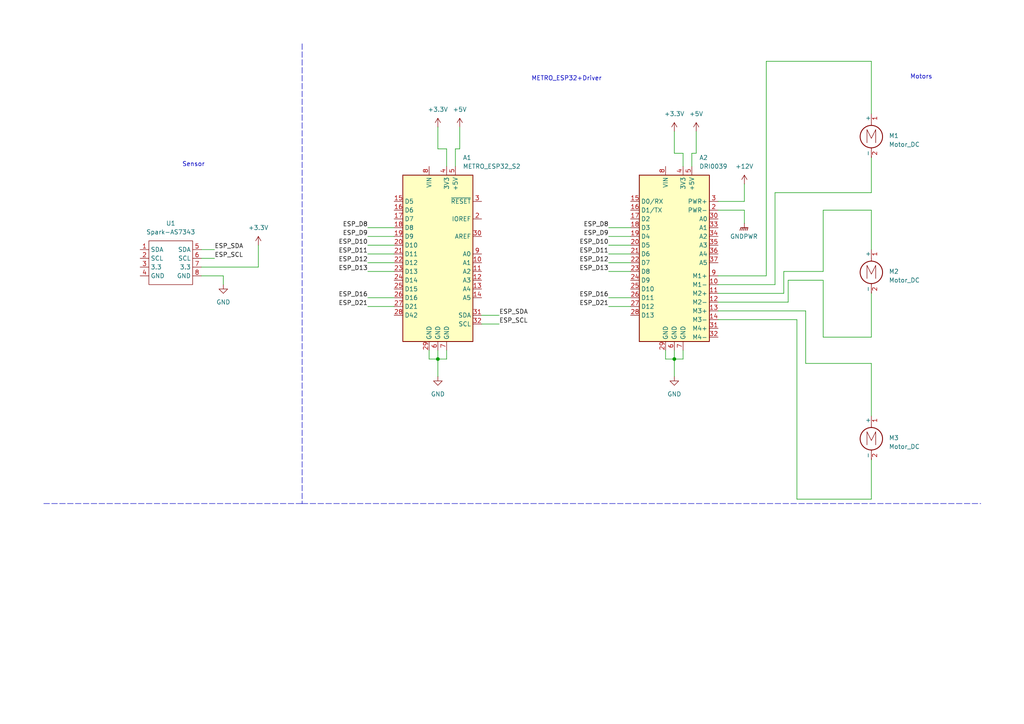
<source format=kicad_sch>
(kicad_sch (version 20250114) (generator "eeschema") (generator_version "9.0")
  (paper "A4")
  (lib_symbols
    (symbol "LabAutomationKits:DRI0039"
      (property "Reference" "A" (at -10.16 23.495 0))
      (property "Value" "DRI0039" (at 5.08 -26.67 0))
      (symbol "DRI0039_0_1"
        (rectangle (start -10.16 22.86) (end 10.16 -25.4) (stroke (width 0.254)) (fill (type background)))
      )
      (symbol "DRI0039_1_1"
        (pin bidirectional line (at -12.7 15.24 0) (length 2.54) (name "D0/RX") (number "15"))
        (pin bidirectional line (at -12.7 12.7 0) (length 2.54) (name "D1/TX") (number "16"))
        (pin bidirectional line (at -12.7 10.16 0) (length 2.54) (name "D2") (number "17"))
        (pin bidirectional line (at -12.7 7.62 0) (length 2.54) (name "D3") (number "18"))
        (pin bidirectional line (at -12.7 5.08 0) (length 2.54) (name "D4") (number "19"))
        (pin bidirectional line (at -12.7 2.54 0) (length 2.54) (name "D5") (number "20"))
        (pin bidirectional line (at -12.7 0 0) (length 2.54) (name "D6") (number "21"))
        (pin bidirectional line (at -12.7 -2.54 0) (length 2.54) (name "D7") (number "22"))
        (pin bidirectional line (at -12.7 -5.08 0) (length 2.54) (name "D8") (number "23"))
        (pin bidirectional line (at -12.7 -7.62 0) (length 2.54) (name "D9") (number "24"))
        (pin bidirectional line (at -12.7 -10.16 0) (length 2.54) (name "D10") (number "25"))
        (pin bidirectional line (at -12.7 -12.7 0) (length 2.54) (name "D11") (number "26"))
        (pin bidirectional line (at -12.7 -15.24 0) (length 2.54) (name "D12") (number "27"))
        (pin bidirectional line (at -12.7 -17.78 0) (length 2.54) (name "D13") (number "28"))
        (pin no_connect line (at -10.16 -20.32 0) (length 2.54) (hide yes) (name "NC") (number "1"))
        (pin power_in line (at -2.54 25.4 270) (length 2.54) (name "VIN") (number "8"))
        (pin power_in line (at -2.54 -27.94 90) (length 2.54) (name "GND") (number "29"))
        (pin power_in line (at 0 -27.94 90) (length 2.54) (name "GND") (number "6"))
        (pin power_out line (at 2.54 25.4 270) (length 2.54) (name "3V3") (number "4"))
        (pin power_in line (at 2.54 -27.94 90) (length 2.54) (name "GND") (number "7"))
        (pin power_out line (at 5.08 25.4 270) (length 2.54) (name "+5V") (number "5"))
        (pin power_in line (at 12.7 15.24 180) (length 2.54) (name "PWR+") (number "3"))
        (pin power_in line (at 12.7 12.7 180) (length 2.54) (name "PWR-") (number "2"))
        (pin bidirectional line (at 12.7 10.16 180) (length 2.54) (name "A0") (number "30"))
        (pin bidirectional line (at 12.7 7.62 180) (length 2.54) (name "A1") (number "33"))
        (pin bidirectional line (at 12.7 5.08 180) (length 2.54) (name "A2") (number "34"))
        (pin bidirectional line (at 12.7 2.54 180) (length 2.54) (name "A3") (number "35"))
        (pin bidirectional line (at 12.7 0 180) (length 2.54) (name "A4") (number "36"))
        (pin bidirectional line (at 12.7 -2.54 180) (length 2.54) (name "A5") (number "37"))
        (pin power_out line (at 12.7 -6.35 180) (length 2.54) (name "M1+") (number "9"))
        (pin power_out line (at 12.7 -8.89 180) (length 2.54) (name "M1-") (number "10"))
        (pin power_out line (at 12.7 -11.43 180) (length 2.54) (name "M2+") (number "11"))
        (pin power_out line (at 12.7 -13.97 180) (length 2.54) (name "M2-") (number "12"))
        (pin power_out line (at 12.7 -16.51 180) (length 2.54) (name "M3+") (number "13"))
        (pin power_out line (at 12.7 -19.05 180) (length 2.54) (name "M3-") (number "14"))
        (pin power_out line (at 12.7 -21.59 180) (length 2.54) (name "M4+") (number "31"))
        (pin power_out line (at 12.7 -24.13 180) (length 2.54) (name "M4-") (number "32"))
      )
    )
    (symbol "LabAutomationKits:METRO_ESP32_S2"
      (property "Reference" "A" (at -10.16 23.495 0))
      (property "Value" "METRO_ESP32_S2" (at 5.08 -26.67 0))
      (symbol "METRO_ESP32_S2_0_1"
        (rectangle (start -10.16 22.86) (end 10.16 -25.4) (stroke (width 0.254)) (fill (type background)))
      )
      (symbol "METRO_ESP32_S2_1_1"
        (pin bidirectional line (at -12.7 15.24 0) (length 2.54) (name "D5") (number "15"))
        (pin bidirectional line (at -12.7 12.7 0) (length 2.54) (name "D6") (number "16"))
        (pin bidirectional line (at -12.7 10.16 0) (length 2.54) (name "D7") (number "17"))
        (pin bidirectional line (at -12.7 7.62 0) (length 2.54) (name "D8") (number "18"))
        (pin bidirectional line (at -12.7 5.08 0) (length 2.54) (name "D9") (number "19"))
        (pin bidirectional line (at -12.7 2.54 0) (length 2.54) (name "D10") (number "20"))
        (pin bidirectional line (at -12.7 0 0) (length 2.54) (name "D11") (number "21"))
        (pin bidirectional line (at -12.7 -2.54 0) (length 2.54) (name "D12") (number "22"))
        (pin bidirectional line (at -12.7 -5.08 0) (length 2.54) (name "D13") (number "23"))
        (pin bidirectional line (at -12.7 -7.62 0) (length 2.54) (name "D14") (number "24"))
        (pin bidirectional line (at -12.7 -10.16 0) (length 2.54) (name "D15") (number "25"))
        (pin bidirectional line (at -12.7 -12.7 0) (length 2.54) (name "D16") (number "26"))
        (pin bidirectional line (at -12.7 -15.24 0) (length 2.54) (name "D21") (number "27"))
        (pin bidirectional line (at -12.7 -17.78 0) (length 2.54) (name "D42") (number "28"))
        (pin no_connect line (at -10.16 -20.32 0) (length 2.54) (hide yes) (name "NC") (number "1"))
        (pin power_in line (at -2.54 25.4 270) (length 2.54) (name "VIN") (number "8"))
        (pin power_in line (at -2.54 -27.94 90) (length 2.54) (name "GND") (number "29"))
        (pin power_in line (at 0 -27.94 90) (length 2.54) (name "GND") (number "6"))
        (pin power_out line (at 2.54 25.4 270) (length 2.54) (name "3V3") (number "4"))
        (pin power_in line (at 2.54 -27.94 90) (length 2.54) (name "GND") (number "7"))
        (pin power_out line (at 5.08 25.4 270) (length 2.54) (name "+5V") (number "5"))
        (pin input line (at 12.7 15.24 180) (length 2.54) (name "~{RESET}") (number "3"))
        (pin output line (at 12.7 10.16 180) (length 2.54) (name "IOREF") (number "2"))
        (pin input line (at 12.7 5.08 180) (length 2.54) (name "AREF") (number "30"))
        (pin bidirectional line (at 12.7 0 180) (length 2.54) (name "A0") (number "9"))
        (pin bidirectional line (at 12.7 -2.54 180) (length 2.54) (name "A1") (number "10"))
        (pin bidirectional line (at 12.7 -5.08 180) (length 2.54) (name "A2") (number "11"))
        (pin bidirectional line (at 12.7 -7.62 180) (length 2.54) (name "A3") (number "12"))
        (pin bidirectional line (at 12.7 -10.16 180) (length 2.54) (name "A4") (number "13"))
        (pin bidirectional line (at 12.7 -12.7 180) (length 2.54) (name "A5") (number "14"))
        (pin bidirectional line (at 12.7 -17.78 180) (length 2.54) (name "SDA") (number "31"))
        (pin bidirectional line (at 12.7 -20.32 180) (length 2.54) (name "SCL") (number "32"))
      )
    )
    (symbol "LabAutomationKits:Sparkfun_AS7343"
      (property "Reference" "U" (at -0.508 7.62 0))
      (property "Value" "Spark-AS7343" (at 0 -7.62 0))
      (symbol "Sparkfun_AS7343_0_1"
        (rectangle (start -6.35 6.35) (end 6.35 -6.35))
      )
      (symbol "Sparkfun_AS7343_1_1"
        (pin bidirectional line (at -8.89 3.81 0) (length 2.54) (name "SDA") (number "1"))
        (pin bidirectional line (at -8.89 1.27 0) (length 2.54) (name "SCL") (number "2"))
        (pin input line (at -8.89 -1.27 0) (length 2.54) (name "3.3") (number "3"))
        (pin input line (at -8.89 -3.81 0) (length 2.54) (name "GND") (number "4"))
        (pin bidirectional line (at 8.89 3.81 180) (length 2.54) (name "SDA") (number "5"))
        (pin bidirectional line (at 8.89 1.27 180) (length 2.54) (name "SCL") (number "6"))
        (pin input line (at 8.89 -1.27 180) (length 2.54) (name "3.3") (number "7"))
        (pin input line (at 8.89 -3.81 180) (length 2.54) (name "GND") (number "8"))
      )
    )
    (symbol "Motor:Motor_DC" (pin_names (offset 0))
      (property "Reference" "M" (at 2.54 2.54 0))
      (property "Value" "Motor_DC" (at 2.54 -5.08 0))
      (symbol "Motor_DC_0_0"
        (polyline (pts (xy -1.27 -3.302) (xy -1.27 0.508) (xy 0 -2.032) (xy 1.27 0.508) (xy 1.27 -3.302)))
      )
      (symbol "Motor_DC_0_1"
        (polyline (pts (xy 0 2.032) (xy 0 2.54)))
        (polyline (pts (xy 0 1.7272) (xy 0 2.0828)))
        (circle (center 0 -1.524) (radius 3.2512) (stroke (width 0.254)))
        (polyline (pts (xy 0 -4.7752) (xy 0 -5.1816)))
        (polyline (pts (xy 0 -7.62) (xy 0 -7.112)))
      )
      (symbol "Motor_DC_1_1"
        (pin passive line (at 0 5.08 270) (length 2.54) (name "+") (number "1"))
        (pin passive line (at 0 -7.62 90) (length 2.54) (name "-") (number "2"))
      )
    )
    (symbol "power:+12V" (power) (pin_numbers (hide yes)) (pin_names (offset 0) (hide yes))
      (property "Value" "+12V" (at 0 3.556 0))
      (symbol "+12V_0_1"
        (polyline (pts (xy -0.762 1.27) (xy 0 2.54)))
        (polyline (pts (xy 0 2.54) (xy 0.762 1.27)))
        (polyline (pts (xy 0 0) (xy 0 2.54)))
      )
      (symbol "+12V_1_1"
        (pin power_in line (at 0 0 90) (length 0) (name "~") (number "1"))
      )
    )
    (symbol "power:+3.3V" (power) (pin_numbers (hide yes)) (pin_names (offset 0) (hide yes))
      (property "Value" "+3.3V" (at 0 3.556 0))
      (symbol "+3.3V_0_1"
        (polyline (pts (xy -0.762 1.27) (xy 0 2.54)))
        (polyline (pts (xy 0 2.54) (xy 0.762 1.27)))
        (polyline (pts (xy 0 0) (xy 0 2.54)))
      )
      (symbol "+3.3V_1_1"
        (pin power_in line (at 0 0 90) (length 0) (name "~") (number "1"))
      )
    )
    (symbol "power:+5V" (power) (pin_numbers (hide yes)) (pin_names (offset 0) (hide yes))
      (property "Value" "+5V" (at 0 3.556 0))
      (symbol "+5V_0_1"
        (polyline (pts (xy -0.762 1.27) (xy 0 2.54)))
        (polyline (pts (xy 0 2.54) (xy 0.762 1.27)))
        (polyline (pts (xy 0 0) (xy 0 2.54)))
      )
      (symbol "+5V_1_1"
        (pin power_in line (at 0 0 90) (length 0) (name "~") (number "1"))
      )
    )
    (symbol "power:GND" (power) (pin_numbers (hide yes)) (pin_names (offset 0) (hide yes))
      (property "Value" "GND" (at 0 -3.81 0))
      (symbol "GND_0_1"
        (polyline (pts (xy 0 0) (xy 0 -1.27) (xy 1.27 -1.27) (xy 0 -2.54) (xy -1.27 -1.27) (xy 0 -1.27)))
      )
      (symbol "GND_1_1"
        (pin power_in line (at 0 0 270) (length 0) (name "~") (number "1"))
      )
    )
    (symbol "power:GNDPWR" (power) (pin_numbers (hide yes)) (pin_names (offset 0) (hide yes))
      (property "Value" "GNDPWR" (at 0 -3.302 0))
      (symbol "GNDPWR_0_1"
        (polyline (pts (xy -1.016 -1.27) (xy -1.27 -2.032) (xy -1.27 -2.032)) (stroke (width 0.2032)))
        (polyline (pts (xy -0.508 -1.27) (xy -0.762 -2.032) (xy -0.762 -2.032)) (stroke (width 0.2032)))
        (polyline (pts (xy 0 -1.27) (xy 0 0)))
        (polyline (pts (xy 0 -1.27) (xy -0.254 -2.032) (xy -0.254 -2.032)) (stroke (width 0.2032)))
        (polyline (pts (xy 0.508 -1.27) (xy 0.254 -2.032) (xy 0.254 -2.032)) (stroke (width 0.2032)))
        (polyline (pts (xy 1.016 -1.27) (xy -1.016 -1.27) (xy -1.016 -1.27)) (stroke (width 0.2032)))
        (polyline (pts (xy 1.016 -1.27) (xy 0.762 -2.032) (xy 0.762 -2.032) (xy 0.762 -2.032)) (stroke (width 0.2032)))
      )
      (symbol "GNDPWR_1_1"
        (pin power_in line (at 0 0 270) (length 0) (name "~") (number "1"))
      )
    )
  )
  (text "METRO_ESP32+Driver" (at 164.338 22.86 0) (effects (font (size 1.27 1.27))))
  (text "Sensor" (at 56.134 47.752 0) (effects (font (size 1.27 1.27))))
  (text "Motors" (at 267.208 22.352 0) (effects (font (size 1.27 1.27))))
  (junction (at 127 104.14))
  (junction (at 195.58 104.14))
  (polyline (pts (xy 87.63 12.7) (xy 87.63 146.05)) (stroke (width 0) (type dash)))
  (wire (pts (xy 58.42 80.01) (xy 64.77 80.01)))
  (wire (pts (xy 127 104.14) (xy 127 109.22)))
  (wire (pts (xy 222.25 17.78) (xy 222.25 80.01)))
  (wire (pts (xy 208.28 82.55) (xy 224.79 82.55)))
  (wire (pts (xy 106.68 88.9) (xy 114.3 88.9)))
  (wire (pts (xy 139.7 91.44) (xy 144.78 91.44)))
  (wire (pts (xy 64.77 80.01) (xy 64.77 82.55)))
  (wire (pts (xy 238.76 81.28) (xy 238.76 97.79)))
  (wire (pts (xy 58.42 74.93) (xy 62.23 74.93)))
  (wire (pts (xy 106.68 73.66) (xy 114.3 73.66)))
  (wire (pts (xy 238.76 97.79) (xy 252.73 97.79)))
  (wire (pts (xy 176.53 76.2) (xy 182.88 76.2)))
  (wire (pts (xy 74.93 77.47) (xy 74.93 71.12)))
  (wire (pts (xy 198.12 104.14) (xy 195.58 104.14)))
  (wire (pts (xy 222.25 80.01) (xy 208.28 80.01)))
  (wire (pts (xy 58.42 72.39) (xy 62.23 72.39)))
  (wire (pts (xy 227.33 85.09) (xy 227.33 78.74)))
  (wire (pts (xy 176.53 68.58) (xy 182.88 68.58)))
  (wire (pts (xy 139.7 93.98) (xy 144.78 93.98)))
  (wire (pts (xy 106.68 76.2) (xy 114.3 76.2)))
  (wire (pts (xy 233.68 90.17) (xy 208.28 90.17)))
  (wire (pts (xy 208.28 92.71) (xy 231.14 92.71)))
  (wire (pts (xy 224.79 55.88) (xy 224.79 82.55)))
  (wire (pts (xy 200.66 44.45) (xy 200.66 48.26)))
  (wire (pts (xy 201.93 44.45) (xy 200.66 44.45)))
  (polyline (pts (xy 87.63 146.05) (xy 284.48 146.05)) (stroke (width 0) (type dash)))
  (wire (pts (xy 106.68 86.36) (xy 114.3 86.36)))
  (wire (pts (xy 129.54 104.14) (xy 127 104.14)))
  (wire (pts (xy 124.46 101.6) (xy 124.46 104.14)))
  (wire (pts (xy 215.9 58.42) (xy 215.9 53.34)))
  (wire (pts (xy 176.53 88.9) (xy 182.88 88.9)))
  (wire (pts (xy 129.54 101.6) (xy 129.54 104.14)))
  (wire (pts (xy 106.68 66.04) (xy 114.3 66.04)))
  (polyline (pts (xy 12.7 146.05) (xy 87.63 146.05)) (stroke (width 0) (type dash)))
  (wire (pts (xy 222.25 17.78) (xy 252.73 17.78)))
  (wire (pts (xy 252.73 60.96) (xy 252.73 72.39)))
  (wire (pts (xy 215.9 60.96) (xy 215.9 64.77)))
  (wire (pts (xy 252.73 17.78) (xy 252.73 33.02)))
  (wire (pts (xy 195.58 44.45) (xy 198.12 44.45)))
  (wire (pts (xy 133.35 43.18) (xy 132.08 43.18)))
  (wire (pts (xy 127 101.6) (xy 127 104.14)))
  (wire (pts (xy 132.08 43.18) (xy 132.08 48.26)))
  (wire (pts (xy 231.14 92.71) (xy 231.14 144.78)))
  (wire (pts (xy 193.04 101.6) (xy 193.04 104.14)))
  (wire (pts (xy 252.73 105.41) (xy 252.73 120.65)))
  (wire (pts (xy 228.6 87.63) (xy 228.6 81.28)))
  (wire (pts (xy 106.68 71.12) (xy 114.3 71.12)))
  (wire (pts (xy 176.53 71.12) (xy 182.88 71.12)))
  (wire (pts (xy 228.6 81.28) (xy 238.76 81.28)))
  (wire (pts (xy 198.12 101.6) (xy 198.12 104.14)))
  (wire (pts (xy 224.79 55.88) (xy 252.73 55.88)))
  (wire (pts (xy 106.68 78.74) (xy 114.3 78.74)))
  (wire (pts (xy 58.42 77.47) (xy 74.93 77.47)))
  (wire (pts (xy 208.28 87.63) (xy 228.6 87.63)))
  (wire (pts (xy 195.58 101.6) (xy 195.58 104.14)))
  (wire (pts (xy 198.12 44.45) (xy 198.12 48.26)))
  (wire (pts (xy 227.33 78.74) (xy 238.76 78.74)))
  (wire (pts (xy 252.73 144.78) (xy 252.73 133.35)))
  (wire (pts (xy 208.28 58.42) (xy 215.9 58.42)))
  (wire (pts (xy 252.73 97.79) (xy 252.73 85.09)))
  (wire (pts (xy 176.53 66.04) (xy 182.88 66.04)))
  (wire (pts (xy 233.68 90.17) (xy 233.68 105.41)))
  (wire (pts (xy 208.28 60.96) (xy 215.9 60.96)))
  (wire (pts (xy 176.53 86.36) (xy 182.88 86.36)))
  (wire (pts (xy 195.58 104.14) (xy 195.58 109.22)))
  (wire (pts (xy 233.68 105.41) (xy 252.73 105.41)))
  (wire (pts (xy 129.54 43.18) (xy 129.54 48.26)))
  (wire (pts (xy 106.68 68.58) (xy 114.3 68.58)))
  (wire (pts (xy 201.93 38.1) (xy 201.93 44.45)))
  (wire (pts (xy 127 36.83) (xy 127 43.18)))
  (wire (pts (xy 238.76 78.74) (xy 238.76 60.96)))
  (wire (pts (xy 208.28 85.09) (xy 227.33 85.09)))
  (wire (pts (xy 124.46 104.14) (xy 127 104.14)))
  (wire (pts (xy 127 43.18) (xy 129.54 43.18)))
  (wire (pts (xy 133.35 36.83) (xy 133.35 43.18)))
  (wire (pts (xy 231.14 144.78) (xy 252.73 144.78)))
  (wire (pts (xy 176.53 73.66) (xy 182.88 73.66)))
  (wire (pts (xy 176.53 78.74) (xy 182.88 78.74)))
  (wire (pts (xy 252.73 55.88) (xy 252.73 45.72)))
  (wire (pts (xy 195.58 38.1) (xy 195.58 44.45)))
  (wire (pts (xy 238.76 60.96) (xy 252.73 60.96)))
  (wire (pts (xy 193.04 104.14) (xy 195.58 104.14)))
  (label "ESP_D8" (at 176.53 66.04 180))
  (label "ESP_D9" (at 176.53 68.58 180))
  (label "ESP_D16" (at 176.53 86.36 180))
  (label "ESP_SDA" (at 62.23 72.39 0))
  (label "ESP_SCL" (at 144.78 93.98 0))
  (label "ESP_D13" (at 176.53 78.74 180))
  (label "ESP_D13" (at 106.68 78.74 180))
  (label "ESP_D11" (at 106.68 73.66 180))
  (label "ESP_SDA" (at 144.78 91.44 0))
  (label "ESP_SCL" (at 62.23 74.93 0))
  (label "ESP_D21" (at 106.68 88.9 180))
  (label "ESP_D10" (at 176.53 71.12 180))
  (label "ESP_D8" (at 106.68 66.04 180))
  (label "ESP_D16" (at 106.68 86.36 180))
  (label "ESP_D10" (at 106.68 71.12 180))
  (label "ESP_D11" (at 176.53 73.66 180))
  (label "ESP_D9" (at 106.68 68.58 180))
  (label "ESP_D21" (at 176.53 88.9 180))
  (label "ESP_D12" (at 176.53 76.2 180))
  (label "ESP_D12" (at 106.68 76.2 180))
  (symbol (lib_id "power:GND") (at 64.77 82.55 0) (unit 1)
    (property "Reference" "#PWR010" (effects (hide yes)))
    (property "Value" "GND" (at 64.77 87.63 0))
    (property "Description" "Power symbol creates a global label with name \"GND\" , ground" (effects (hide yes)))
  )
  (symbol (lib_id "LabAutomationKits:Sparkfun_AS7343") (at 49.53 76.2 0) (unit 1)
    (property "Reference" "U1" (at 49.53 64.77 0))
    (property "Value" "Spark-AS7343" (at 49.53 67.31 0))
  )
  (symbol (lib_id "power:+5V") (at 133.35 36.83 0) (unit 1)
    (property "Reference" "#PWR06" (effects (hide yes)))
    (property "Value" "+5V" (at 133.35 31.75 0))
    (property "Description" "Power symbol creates a global label with name \"+5V\"" (effects (hide yes)))
  )
  (symbol (lib_id "LabAutomationKits:DRI0039") (at 195.58 73.66 0) (unit 1)
    (property "Reference" "A2" (at 202.8033 45.72 0) (effects (justify left)))
    (property "Value" "DRI0039" (at 202.8033 48.26 0) (effects (justify left)))
  )
  (symbol (lib_id "power:GNDPWR") (at 215.9 64.77 0) (unit 1)
    (property "Reference" "#PWR08" (effects (hide yes)))
    (property "Value" "GNDPWR" (at 215.773 68.58 0))
    (property "Description" "Power symbol creates a global label with name \"GNDPWR\" , global ground" (effects (hide yes)))
  )
  (symbol (lib_id "Motor:Motor_DC") (at 252.73 77.47 0) (unit 1)
    (property "Reference" "M2" (at 257.81 78.7399 0) (effects (justify left)))
    (property "Value" "Motor_DC" (at 257.81 81.2799 0) (effects (justify left)))
    (property "Description" "DC Motor" (effects (hide yes)))
  )
  (symbol (lib_id "Motor:Motor_DC") (at 252.73 125.73 0) (unit 1)
    (property "Reference" "M3" (at 257.81 126.9999 0) (effects (justify left)))
    (property "Value" "Motor_DC" (at 257.81 129.5399 0) (effects (justify left)))
    (property "Description" "DC Motor" (effects (hide yes)))
  )
  (symbol (lib_id "LabAutomationKits:METRO_ESP32_S2") (at 127 73.66 0) (unit 1)
    (property "Reference" "A1" (at 134.2233 45.72 0) (effects (justify left)))
    (property "Value" "METRO_ESP32_S2" (at 134.2233 48.26 0) (effects (justify left)))
  )
  (symbol (lib_id "power:GND") (at 127 109.22 0) (unit 1)
    (property "Reference" "#PWR01" (effects (hide yes)))
    (property "Value" "GND" (at 127 114.3 0))
    (property "Description" "Power symbol creates a global label with name \"GND\" , ground" (effects (hide yes)))
  )
  (symbol (lib_id "power:+12V") (at 215.9 53.34 0) (unit 1)
    (property "Reference" "#PWR07" (effects (hide yes)))
    (property "Value" "+12V" (at 215.9 48.26 0))
    (property "Description" "Power symbol creates a global label with name \"+12V\"" (effects (hide yes)))
  )
  (symbol (lib_id "power:GND") (at 195.58 109.22 0) (unit 1)
    (property "Reference" "#PWR02" (effects (hide yes)))
    (property "Value" "GND" (at 195.58 114.3 0))
    (property "Description" "Power symbol creates a global label with name \"GND\" , ground" (effects (hide yes)))
  )
  (symbol (lib_id "power:+3.3V") (at 127 36.83 0) (unit 1)
    (property "Reference" "#PWR03" (effects (hide yes)))
    (property "Value" "+3.3V" (at 127 31.75 0))
    (property "Description" "Power symbol creates a global label with name \"+3.3V\"" (effects (hide yes)))
  )
  (symbol (lib_id "power:+5V") (at 201.93 38.1 0) (unit 1)
    (property "Reference" "#PWR05" (effects (hide yes)))
    (property "Value" "+5V" (at 201.93 33.02 0))
    (property "Description" "Power symbol creates a global label with name \"+5V\"" (effects (hide yes)))
  )
  (symbol (lib_id "Motor:Motor_DC") (at 252.73 38.1 0) (unit 1)
    (property "Reference" "M1" (at 257.81 39.3699 0) (effects (justify left)))
    (property "Value" "Motor_DC" (at 257.81 41.9099 0) (effects (justify left)))
    (property "Description" "DC Motor" (effects (hide yes)))
  )
  (symbol (lib_id "power:+3.3V") (at 74.93 71.12 0) (unit 1)
    (property "Reference" "#PWR09" (effects (hide yes)))
    (property "Value" "+3.3V" (at 74.93 66.04 0))
    (property "Description" "Power symbol creates a global label with name \"+3.3V\"" (effects (hide yes)))
  )
  (symbol (lib_id "power:+3.3V") (at 195.58 38.1 0) (unit 1)
    (property "Reference" "#PWR04" (effects (hide yes)))
    (property "Value" "+3.3V" (at 195.58 33.02 0))
    (property "Description" "Power symbol creates a global label with name \"+3.3V\"" (effects (hide yes)))
  )
)
</source>
